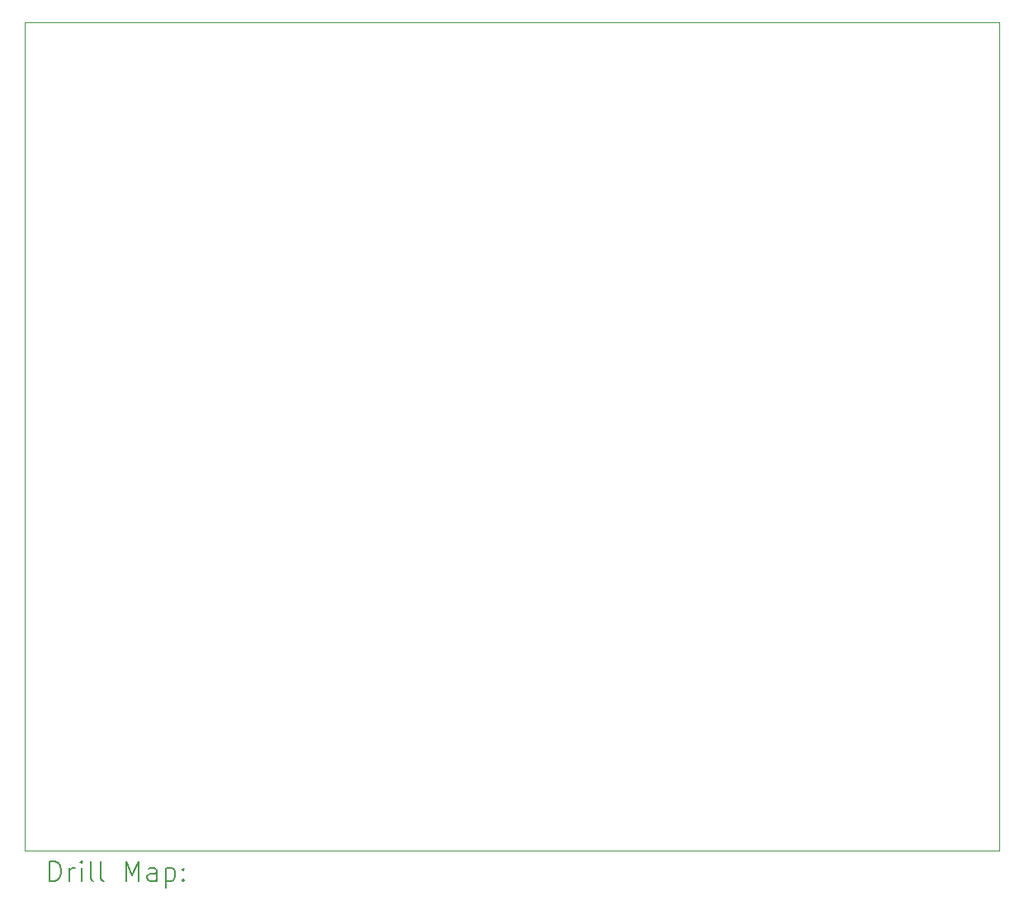
<source format=gbr>
%TF.GenerationSoftware,KiCad,Pcbnew,8.0.8*%
%TF.CreationDate,2025-01-28T10:28:21+01:00*%
%TF.ProjectId,PoolClock,506f6f6c-436c-46f6-936b-2e6b69636164,1.0*%
%TF.SameCoordinates,Original*%
%TF.FileFunction,Drillmap*%
%TF.FilePolarity,Positive*%
%FSLAX45Y45*%
G04 Gerber Fmt 4.5, Leading zero omitted, Abs format (unit mm)*
G04 Created by KiCad (PCBNEW 8.0.8) date 2025-01-28 10:28:21*
%MOMM*%
%LPD*%
G01*
G04 APERTURE LIST*
%ADD10C,0.050000*%
%ADD11C,0.200000*%
G04 APERTURE END LIST*
D10*
X7550000Y-5500000D02*
X17550000Y-5500000D01*
X17550000Y-14000000D01*
X7550000Y-14000000D01*
X7550000Y-5500000D01*
D11*
X7808277Y-14313984D02*
X7808277Y-14113984D01*
X7808277Y-14113984D02*
X7855896Y-14113984D01*
X7855896Y-14113984D02*
X7884467Y-14123508D01*
X7884467Y-14123508D02*
X7903515Y-14142555D01*
X7903515Y-14142555D02*
X7913039Y-14161603D01*
X7913039Y-14161603D02*
X7922562Y-14199698D01*
X7922562Y-14199698D02*
X7922562Y-14228269D01*
X7922562Y-14228269D02*
X7913039Y-14266365D01*
X7913039Y-14266365D02*
X7903515Y-14285412D01*
X7903515Y-14285412D02*
X7884467Y-14304460D01*
X7884467Y-14304460D02*
X7855896Y-14313984D01*
X7855896Y-14313984D02*
X7808277Y-14313984D01*
X8008277Y-14313984D02*
X8008277Y-14180650D01*
X8008277Y-14218746D02*
X8017801Y-14199698D01*
X8017801Y-14199698D02*
X8027324Y-14190174D01*
X8027324Y-14190174D02*
X8046372Y-14180650D01*
X8046372Y-14180650D02*
X8065420Y-14180650D01*
X8132086Y-14313984D02*
X8132086Y-14180650D01*
X8132086Y-14113984D02*
X8122562Y-14123508D01*
X8122562Y-14123508D02*
X8132086Y-14133031D01*
X8132086Y-14133031D02*
X8141610Y-14123508D01*
X8141610Y-14123508D02*
X8132086Y-14113984D01*
X8132086Y-14113984D02*
X8132086Y-14133031D01*
X8255896Y-14313984D02*
X8236848Y-14304460D01*
X8236848Y-14304460D02*
X8227324Y-14285412D01*
X8227324Y-14285412D02*
X8227324Y-14113984D01*
X8360658Y-14313984D02*
X8341610Y-14304460D01*
X8341610Y-14304460D02*
X8332086Y-14285412D01*
X8332086Y-14285412D02*
X8332086Y-14113984D01*
X8589229Y-14313984D02*
X8589229Y-14113984D01*
X8589229Y-14113984D02*
X8655896Y-14256841D01*
X8655896Y-14256841D02*
X8722563Y-14113984D01*
X8722563Y-14113984D02*
X8722563Y-14313984D01*
X8903515Y-14313984D02*
X8903515Y-14209222D01*
X8903515Y-14209222D02*
X8893991Y-14190174D01*
X8893991Y-14190174D02*
X8874944Y-14180650D01*
X8874944Y-14180650D02*
X8836848Y-14180650D01*
X8836848Y-14180650D02*
X8817801Y-14190174D01*
X8903515Y-14304460D02*
X8884467Y-14313984D01*
X8884467Y-14313984D02*
X8836848Y-14313984D01*
X8836848Y-14313984D02*
X8817801Y-14304460D01*
X8817801Y-14304460D02*
X8808277Y-14285412D01*
X8808277Y-14285412D02*
X8808277Y-14266365D01*
X8808277Y-14266365D02*
X8817801Y-14247317D01*
X8817801Y-14247317D02*
X8836848Y-14237793D01*
X8836848Y-14237793D02*
X8884467Y-14237793D01*
X8884467Y-14237793D02*
X8903515Y-14228269D01*
X8998753Y-14180650D02*
X8998753Y-14380650D01*
X8998753Y-14190174D02*
X9017801Y-14180650D01*
X9017801Y-14180650D02*
X9055896Y-14180650D01*
X9055896Y-14180650D02*
X9074944Y-14190174D01*
X9074944Y-14190174D02*
X9084467Y-14199698D01*
X9084467Y-14199698D02*
X9093991Y-14218746D01*
X9093991Y-14218746D02*
X9093991Y-14275888D01*
X9093991Y-14275888D02*
X9084467Y-14294936D01*
X9084467Y-14294936D02*
X9074944Y-14304460D01*
X9074944Y-14304460D02*
X9055896Y-14313984D01*
X9055896Y-14313984D02*
X9017801Y-14313984D01*
X9017801Y-14313984D02*
X8998753Y-14304460D01*
X9179705Y-14294936D02*
X9189229Y-14304460D01*
X9189229Y-14304460D02*
X9179705Y-14313984D01*
X9179705Y-14313984D02*
X9170182Y-14304460D01*
X9170182Y-14304460D02*
X9179705Y-14294936D01*
X9179705Y-14294936D02*
X9179705Y-14313984D01*
X9179705Y-14190174D02*
X9189229Y-14199698D01*
X9189229Y-14199698D02*
X9179705Y-14209222D01*
X9179705Y-14209222D02*
X9170182Y-14199698D01*
X9170182Y-14199698D02*
X9179705Y-14190174D01*
X9179705Y-14190174D02*
X9179705Y-14209222D01*
M02*

</source>
